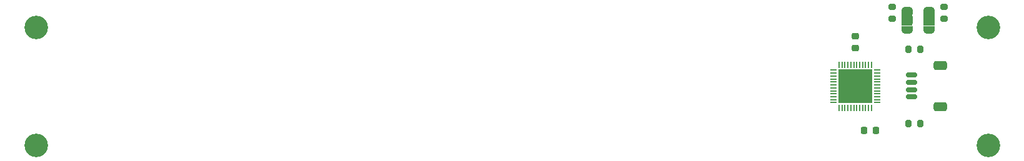
<source format=gbr>
%TF.GenerationSoftware,KiCad,Pcbnew,9.0.0-9.0.0-2~ubuntu24.04.1*%
%TF.CreationDate,2025-04-10T08:36:23-04:00*%
%TF.ProjectId,Touch,546f7563-682e-46b6-9963-61645f706362,0*%
%TF.SameCoordinates,Original*%
%TF.FileFunction,Soldermask,Top*%
%TF.FilePolarity,Negative*%
%FSLAX46Y46*%
G04 Gerber Fmt 4.6, Leading zero omitted, Abs format (unit mm)*
G04 Created by KiCad (PCBNEW 9.0.0-9.0.0-2~ubuntu24.04.1) date 2025-04-10 08:36:23*
%MOMM*%
%LPD*%
G01*
G04 APERTURE LIST*
G04 Aperture macros list*
%AMRoundRect*
0 Rectangle with rounded corners*
0 $1 Rounding radius*
0 $2 $3 $4 $5 $6 $7 $8 $9 X,Y pos of 4 corners*
0 Add a 4 corners polygon primitive as box body*
4,1,4,$2,$3,$4,$5,$6,$7,$8,$9,$2,$3,0*
0 Add four circle primitives for the rounded corners*
1,1,$1+$1,$2,$3*
1,1,$1+$1,$4,$5*
1,1,$1+$1,$6,$7*
1,1,$1+$1,$8,$9*
0 Add four rect primitives between the rounded corners*
20,1,$1+$1,$2,$3,$4,$5,0*
20,1,$1+$1,$4,$5,$6,$7,0*
20,1,$1+$1,$6,$7,$8,$9,0*
20,1,$1+$1,$8,$9,$2,$3,0*%
%AMFreePoly0*
4,1,23,0.550000,-0.750000,0.000000,-0.750000,0.000000,-0.745722,-0.065263,-0.745722,-0.191342,-0.711940,-0.304381,-0.646677,-0.396677,-0.554381,-0.461940,-0.441342,-0.495722,-0.315263,-0.495722,-0.250000,-0.500000,-0.250000,-0.500000,0.250000,-0.495722,0.250000,-0.495722,0.315263,-0.461940,0.441342,-0.396677,0.554381,-0.304381,0.646677,-0.191342,0.711940,-0.065263,0.745722,0.000000,0.745722,
0.000000,0.750000,0.550000,0.750000,0.550000,-0.750000,0.550000,-0.750000,$1*%
%AMFreePoly1*
4,1,23,0.000000,0.745722,0.065263,0.745722,0.191342,0.711940,0.304381,0.646677,0.396677,0.554381,0.461940,0.441342,0.495722,0.315263,0.495722,0.250000,0.500000,0.250000,0.500000,-0.250000,0.495722,-0.250000,0.495722,-0.315263,0.461940,-0.441342,0.396677,-0.554381,0.304381,-0.646677,0.191342,-0.711940,0.065263,-0.745722,0.000000,-0.745722,0.000000,-0.750000,-0.550000,-0.750000,
-0.550000,0.750000,0.000000,0.750000,0.000000,0.745722,0.000000,0.745722,$1*%
G04 Aperture macros list end*
%ADD10C,3.200000*%
%ADD11RoundRect,0.200000X0.275000X-0.200000X0.275000X0.200000X-0.275000X0.200000X-0.275000X-0.200000X0*%
%ADD12RoundRect,0.225000X-0.250000X0.225000X-0.250000X-0.225000X0.250000X-0.225000X0.250000X0.225000X0*%
%ADD13RoundRect,0.200000X-0.200000X-0.275000X0.200000X-0.275000X0.200000X0.275000X-0.200000X0.275000X0*%
%ADD14RoundRect,0.150000X0.625000X-0.150000X0.625000X0.150000X-0.625000X0.150000X-0.625000X-0.150000X0*%
%ADD15RoundRect,0.250000X0.650000X-0.350000X0.650000X0.350000X-0.650000X0.350000X-0.650000X-0.350000X0*%
%ADD16RoundRect,0.050000X0.350000X0.050000X-0.350000X0.050000X-0.350000X-0.050000X0.350000X-0.050000X0*%
%ADD17RoundRect,0.050000X0.050000X0.350000X-0.050000X0.350000X-0.050000X-0.350000X0.050000X-0.350000X0*%
%ADD18R,4.600000X4.600000*%
%ADD19RoundRect,0.225000X0.225000X0.250000X-0.225000X0.250000X-0.225000X-0.250000X0.225000X-0.250000X0*%
%ADD20FreePoly0,90.000000*%
%ADD21R,1.500000X1.000000*%
%ADD22FreePoly1,90.000000*%
G04 APERTURE END LIST*
%TO.C,JP3*%
G36*
X216250000Y-134750000D02*
G01*
X217750000Y-134750000D01*
X217750000Y-133250000D01*
X216250000Y-133250000D01*
X216250000Y-134750000D01*
G37*
%TO.C,JP4*%
G36*
X219250000Y-134750000D02*
G01*
X220750000Y-134750000D01*
X220750000Y-133250000D01*
X219250000Y-133250000D01*
X219250000Y-134750000D01*
G37*
%TD*%
D10*
%TO.C,H4*%
X99000000Y-151000000D03*
%TD*%
%TO.C,H3*%
X99000000Y-135000000D03*
%TD*%
%TO.C,H6*%
X228000000Y-151000000D03*
%TD*%
%TO.C,H5*%
X228000000Y-135000000D03*
%TD*%
D11*
%TO.C,R24*%
X222000000Y-133825000D03*
X222000000Y-132175000D03*
%TD*%
D12*
%TO.C,C18*%
X210000000Y-136225000D03*
X210000000Y-137775000D03*
%TD*%
D13*
%TO.C,R17*%
X217175000Y-138000000D03*
X218825000Y-138000000D03*
%TD*%
D14*
%TO.C,J2*%
X217630000Y-144430000D03*
X217630000Y-143430000D03*
X217630000Y-142430000D03*
X217630000Y-141430000D03*
D15*
X221505000Y-145730000D03*
X221505000Y-140130000D03*
%TD*%
D16*
%TO.C,U8*%
X212950000Y-145200000D03*
X212950000Y-144800000D03*
X212950000Y-144400000D03*
X212950000Y-144000000D03*
X212950000Y-143600000D03*
X212950000Y-143200000D03*
X212950000Y-142800000D03*
X212950000Y-142400000D03*
X212950000Y-142000000D03*
X212950000Y-141600000D03*
X212950000Y-141200000D03*
X212950000Y-140800000D03*
D17*
X212200000Y-140050000D03*
X211800000Y-140050000D03*
X211400000Y-140050000D03*
X211000000Y-140050000D03*
X210600000Y-140050000D03*
X210200000Y-140050000D03*
X209800000Y-140050000D03*
X209400000Y-140050000D03*
X209000000Y-140050000D03*
X208600000Y-140050000D03*
X208200000Y-140050000D03*
X207800000Y-140050000D03*
D16*
X207050000Y-140800000D03*
X207050000Y-141200000D03*
X207050000Y-141600000D03*
X207050000Y-142000000D03*
X207050000Y-142400000D03*
X207050000Y-142800000D03*
X207050000Y-143200000D03*
X207050000Y-143600000D03*
X207050000Y-144000000D03*
X207050000Y-144400000D03*
X207050000Y-144800000D03*
X207050000Y-145200000D03*
D17*
X207800000Y-145950000D03*
X208200000Y-145950000D03*
X208600000Y-145950000D03*
X209000000Y-145950000D03*
X209400000Y-145950000D03*
X209800000Y-145950000D03*
X210200000Y-145950000D03*
X210600000Y-145950000D03*
X211000000Y-145950000D03*
X211400000Y-145950000D03*
X211800000Y-145950000D03*
X212200000Y-145950000D03*
D18*
X210000000Y-143000000D03*
%TD*%
D11*
%TO.C,R22*%
X215000000Y-133825000D03*
X215000000Y-132175000D03*
%TD*%
D13*
%TO.C,R21*%
X217175000Y-148000000D03*
X218825000Y-148000000D03*
%TD*%
D19*
%TO.C,C19*%
X212775000Y-149000000D03*
X211225000Y-149000000D03*
%TD*%
D20*
%TO.C,JP3*%
X217000000Y-135300000D03*
D21*
X217000000Y-134000000D03*
D22*
X217000000Y-132700000D03*
%TD*%
D20*
%TO.C,JP4*%
X220000000Y-135300000D03*
D21*
X220000000Y-134000000D03*
D22*
X220000000Y-132700000D03*
%TD*%
M02*

</source>
